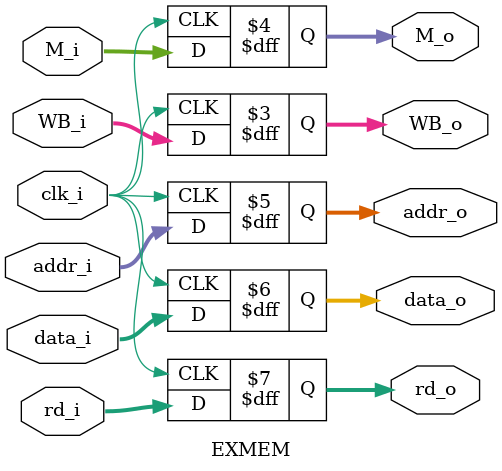
<source format=v>
module EXMEM
(
    clk_i,
	WB_i,
	M_i,
	addr_i,
	data_i,
	rd_i,
    WB_o,
	M_o,
	addr_o,
	data_o,
	rd_o
);

// Ports
input               clk_i;
input	[1:0]       WB_i;
input   [1:0]       M_i;
input   [31:0]      addr_i;
input   [31:0]      data_i;
input	[4:0]		rd_i;
output	[1:0]		WB_o;
output	[1:0]		M_o;
output  [31:0]      addr_o;
output  [31:0]      data_o;
output	[4:0]		rd_o;

// Wires & Registers
reg		[1:0]		WB_o;
reg		[1:0]		M_o;
reg		[31:0]      addr_o;
reg		[31:0]      data_o;
reg		[4:0]		rd_o;

initial begin
	WB_o = 0;
	M_o = 0;
	addr_o = 0;
	data_o = 0;
	rd_o = 0;
end

always@(posedge clk_i) begin
	WB_o <= WB_i;
	M_o <= M_i;
	addr_o <= addr_i;
	data_o <= data_i;
	rd_o <= rd_i;
end

endmodule

</source>
